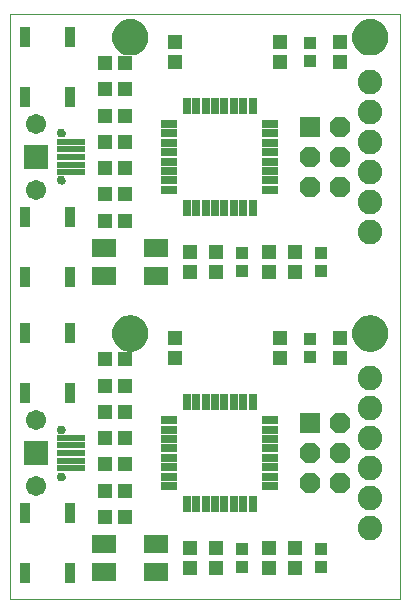
<source format=gts>
G75*
G70*
%OFA0B0*%
%FSLAX24Y24*%
%IPPOS*%
%LPD*%
%AMOC8*
5,1,8,0,0,1.08239X$1,22.5*
%
%ADD10C,0.0000*%
%ADD11R,0.0280X0.0580*%
%ADD12R,0.0580X0.0280*%
%ADD13R,0.0474X0.0513*%
%ADD14R,0.0513X0.0474*%
%ADD15R,0.0966X0.0237*%
%ADD16C,0.0297*%
%ADD17C,0.0674*%
%ADD18R,0.0828X0.0828*%
%ADD19R,0.0828X0.0631*%
%ADD20C,0.0820*%
%ADD21R,0.0680X0.0680*%
%ADD22OC8,0.0680*%
%ADD23R,0.0395X0.0395*%
%ADD24R,0.0380X0.0680*%
%ADD25C,0.0474*%
%ADD26C,0.0500*%
D10*
X000645Y000766D02*
X000645Y020266D01*
X013645Y020266D01*
X013645Y000766D01*
X000645Y000766D01*
X002258Y004854D02*
X002260Y004874D01*
X002266Y004894D01*
X002275Y004912D01*
X002288Y004929D01*
X002303Y004942D01*
X002321Y004952D01*
X002341Y004959D01*
X002361Y004962D01*
X002381Y004961D01*
X002401Y004956D01*
X002420Y004948D01*
X002437Y004936D01*
X002451Y004921D01*
X002462Y004903D01*
X002470Y004884D01*
X002474Y004864D01*
X002474Y004844D01*
X002470Y004824D01*
X002462Y004805D01*
X002451Y004787D01*
X002437Y004772D01*
X002420Y004760D01*
X002401Y004752D01*
X002381Y004747D01*
X002361Y004746D01*
X002341Y004749D01*
X002321Y004756D01*
X002303Y004766D01*
X002288Y004779D01*
X002275Y004796D01*
X002266Y004814D01*
X002260Y004834D01*
X002258Y004854D01*
X002258Y006428D02*
X002260Y006448D01*
X002266Y006468D01*
X002275Y006486D01*
X002288Y006503D01*
X002303Y006516D01*
X002321Y006526D01*
X002341Y006533D01*
X002361Y006536D01*
X002381Y006535D01*
X002401Y006530D01*
X002420Y006522D01*
X002437Y006510D01*
X002451Y006495D01*
X002462Y006477D01*
X002470Y006458D01*
X002474Y006438D01*
X002474Y006418D01*
X002470Y006398D01*
X002462Y006379D01*
X002451Y006361D01*
X002437Y006346D01*
X002420Y006334D01*
X002401Y006326D01*
X002381Y006321D01*
X002361Y006320D01*
X002341Y006323D01*
X002321Y006330D01*
X002303Y006340D01*
X002288Y006353D01*
X002275Y006370D01*
X002266Y006388D01*
X002260Y006408D01*
X002258Y006428D01*
X002258Y014729D02*
X002260Y014749D01*
X002266Y014769D01*
X002275Y014787D01*
X002288Y014804D01*
X002303Y014817D01*
X002321Y014827D01*
X002341Y014834D01*
X002361Y014837D01*
X002381Y014836D01*
X002401Y014831D01*
X002420Y014823D01*
X002437Y014811D01*
X002451Y014796D01*
X002462Y014778D01*
X002470Y014759D01*
X002474Y014739D01*
X002474Y014719D01*
X002470Y014699D01*
X002462Y014680D01*
X002451Y014662D01*
X002437Y014647D01*
X002420Y014635D01*
X002401Y014627D01*
X002381Y014622D01*
X002361Y014621D01*
X002341Y014624D01*
X002321Y014631D01*
X002303Y014641D01*
X002288Y014654D01*
X002275Y014671D01*
X002266Y014689D01*
X002260Y014709D01*
X002258Y014729D01*
X002258Y016303D02*
X002260Y016323D01*
X002266Y016343D01*
X002275Y016361D01*
X002288Y016378D01*
X002303Y016391D01*
X002321Y016401D01*
X002341Y016408D01*
X002361Y016411D01*
X002381Y016410D01*
X002401Y016405D01*
X002420Y016397D01*
X002437Y016385D01*
X002451Y016370D01*
X002462Y016352D01*
X002470Y016333D01*
X002474Y016313D01*
X002474Y016293D01*
X002470Y016273D01*
X002462Y016254D01*
X002451Y016236D01*
X002437Y016221D01*
X002420Y016209D01*
X002401Y016201D01*
X002381Y016196D01*
X002361Y016195D01*
X002341Y016198D01*
X002321Y016205D01*
X002303Y016215D01*
X002288Y016228D01*
X002275Y016245D01*
X002266Y016263D01*
X002260Y016283D01*
X002258Y016303D01*
D11*
X006543Y017206D03*
X006858Y017206D03*
X007173Y017206D03*
X007488Y017206D03*
X007803Y017206D03*
X008117Y017206D03*
X008432Y017206D03*
X008747Y017206D03*
X008747Y013826D03*
X008432Y013826D03*
X008117Y013826D03*
X007803Y013826D03*
X007488Y013826D03*
X007173Y013826D03*
X006858Y013826D03*
X006543Y013826D03*
X006543Y007331D03*
X006858Y007331D03*
X007173Y007331D03*
X007488Y007331D03*
X007803Y007331D03*
X008117Y007331D03*
X008432Y007331D03*
X008747Y007331D03*
X008747Y003951D03*
X008432Y003951D03*
X008117Y003951D03*
X007803Y003951D03*
X007488Y003951D03*
X007173Y003951D03*
X006858Y003951D03*
X006543Y003951D03*
D12*
X005955Y004539D03*
X005955Y004854D03*
X005955Y005169D03*
X005955Y005484D03*
X005955Y005798D03*
X005955Y006113D03*
X005955Y006428D03*
X005955Y006743D03*
X009335Y006743D03*
X009335Y006428D03*
X009335Y006113D03*
X009335Y005798D03*
X009335Y005484D03*
X009335Y005169D03*
X009335Y004854D03*
X009335Y004539D03*
X009335Y014414D03*
X009335Y014729D03*
X009335Y015044D03*
X009335Y015359D03*
X009335Y015673D03*
X009335Y015988D03*
X009335Y016303D03*
X009335Y016618D03*
X005955Y016618D03*
X005955Y016303D03*
X005955Y015988D03*
X005955Y015673D03*
X005955Y015359D03*
X005955Y015044D03*
X005955Y014729D03*
X005955Y014414D03*
D13*
X004480Y015141D03*
X004480Y016016D03*
X003810Y016016D03*
X003810Y015141D03*
X003810Y017766D03*
X004480Y017766D03*
X006645Y012351D03*
X006645Y011681D03*
X007520Y011681D03*
X007520Y012351D03*
X004480Y007891D03*
X003810Y007891D03*
X003810Y006141D03*
X004480Y006141D03*
X004480Y005266D03*
X003810Y005266D03*
X006645Y002476D03*
X006645Y001806D03*
X007520Y001806D03*
X007520Y002476D03*
D14*
X009270Y002476D03*
X009270Y001806D03*
X010145Y001806D03*
X010145Y002476D03*
X009645Y008806D03*
X009645Y009476D03*
X009270Y011681D03*
X009270Y012351D03*
X010145Y012351D03*
X010145Y011681D03*
X011645Y009476D03*
X011645Y008806D03*
X006145Y008806D03*
X006145Y009476D03*
X004480Y008766D03*
X003810Y008766D03*
X003810Y007016D03*
X004480Y007016D03*
X004480Y004391D03*
X004480Y003516D03*
X003810Y003516D03*
X003810Y004391D03*
X003810Y013391D03*
X003810Y014266D03*
X004480Y014266D03*
X004480Y013391D03*
X004480Y016891D03*
X003810Y016891D03*
X003810Y018641D03*
X004480Y018641D03*
X006145Y018681D03*
X006145Y019351D03*
X009645Y019351D03*
X009645Y018681D03*
X011645Y018681D03*
X011645Y019351D03*
D15*
X002672Y016028D03*
X002672Y015772D03*
X002672Y015516D03*
X002672Y015260D03*
X002672Y015004D03*
X002672Y006153D03*
X002672Y005897D03*
X002672Y005641D03*
X002672Y005385D03*
X002672Y005129D03*
D16*
X002366Y004854D03*
X002366Y006428D03*
X002366Y014729D03*
X002366Y016303D03*
D17*
X001520Y016628D03*
X001520Y014404D03*
X001520Y006753D03*
X001520Y004529D03*
D18*
X001520Y005641D03*
X001520Y015516D03*
D19*
X003779Y012488D03*
X003779Y011544D03*
X005511Y011544D03*
X005511Y012488D03*
X005511Y002613D03*
X005511Y001669D03*
X003779Y001669D03*
X003779Y002613D03*
D20*
X012645Y003141D03*
X012645Y004141D03*
X012645Y005141D03*
X012645Y006141D03*
X012645Y007141D03*
X012645Y008141D03*
X012645Y013016D03*
X012645Y014016D03*
X012645Y015016D03*
X012645Y016016D03*
X012645Y017016D03*
X012645Y018016D03*
D21*
X010645Y016516D03*
X010645Y006641D03*
D22*
X010645Y005641D03*
X010645Y004641D03*
X011645Y004641D03*
X011645Y005641D03*
X011645Y006641D03*
X011645Y014516D03*
X011645Y015516D03*
X011645Y016516D03*
X010645Y015516D03*
X010645Y014516D03*
D23*
X011020Y012311D03*
X011020Y011721D03*
X010645Y009436D03*
X010645Y008846D03*
X008395Y011721D03*
X008395Y012311D03*
X010645Y018721D03*
X010645Y019311D03*
X011020Y002436D03*
X011020Y001846D03*
X008395Y001846D03*
X008395Y002436D03*
D24*
X002645Y001641D03*
X001145Y001641D03*
X001145Y003641D03*
X002645Y003641D03*
X002645Y007641D03*
X002645Y009641D03*
X002645Y011516D03*
X002645Y013516D03*
X001145Y013516D03*
X001145Y011516D03*
X001145Y009641D03*
X001145Y007641D03*
X001145Y017516D03*
X002645Y017516D03*
X002645Y019516D03*
X001145Y019516D03*
D25*
X004645Y019516D03*
X004645Y009641D03*
X012645Y009641D03*
X012645Y019516D03*
D26*
X012291Y019516D02*
X012293Y019553D01*
X012299Y019590D01*
X012308Y019625D01*
X012322Y019660D01*
X012338Y019693D01*
X012359Y019724D01*
X012382Y019753D01*
X012408Y019779D01*
X012437Y019802D01*
X012468Y019823D01*
X012501Y019839D01*
X012536Y019853D01*
X012571Y019862D01*
X012608Y019868D01*
X012645Y019870D01*
X012682Y019868D01*
X012719Y019862D01*
X012754Y019853D01*
X012789Y019839D01*
X012822Y019823D01*
X012853Y019802D01*
X012882Y019779D01*
X012908Y019753D01*
X012931Y019724D01*
X012952Y019693D01*
X012968Y019660D01*
X012982Y019625D01*
X012991Y019590D01*
X012997Y019553D01*
X012999Y019516D01*
X012997Y019479D01*
X012991Y019442D01*
X012982Y019407D01*
X012968Y019372D01*
X012952Y019339D01*
X012931Y019308D01*
X012908Y019279D01*
X012882Y019253D01*
X012853Y019230D01*
X012822Y019209D01*
X012789Y019193D01*
X012754Y019179D01*
X012719Y019170D01*
X012682Y019164D01*
X012645Y019162D01*
X012608Y019164D01*
X012571Y019170D01*
X012536Y019179D01*
X012501Y019193D01*
X012468Y019209D01*
X012437Y019230D01*
X012408Y019253D01*
X012382Y019279D01*
X012359Y019308D01*
X012338Y019339D01*
X012322Y019372D01*
X012308Y019407D01*
X012299Y019442D01*
X012293Y019479D01*
X012291Y019516D01*
X012291Y009641D02*
X012293Y009678D01*
X012299Y009715D01*
X012308Y009750D01*
X012322Y009785D01*
X012338Y009818D01*
X012359Y009849D01*
X012382Y009878D01*
X012408Y009904D01*
X012437Y009927D01*
X012468Y009948D01*
X012501Y009964D01*
X012536Y009978D01*
X012571Y009987D01*
X012608Y009993D01*
X012645Y009995D01*
X012682Y009993D01*
X012719Y009987D01*
X012754Y009978D01*
X012789Y009964D01*
X012822Y009948D01*
X012853Y009927D01*
X012882Y009904D01*
X012908Y009878D01*
X012931Y009849D01*
X012952Y009818D01*
X012968Y009785D01*
X012982Y009750D01*
X012991Y009715D01*
X012997Y009678D01*
X012999Y009641D01*
X012997Y009604D01*
X012991Y009567D01*
X012982Y009532D01*
X012968Y009497D01*
X012952Y009464D01*
X012931Y009433D01*
X012908Y009404D01*
X012882Y009378D01*
X012853Y009355D01*
X012822Y009334D01*
X012789Y009318D01*
X012754Y009304D01*
X012719Y009295D01*
X012682Y009289D01*
X012645Y009287D01*
X012608Y009289D01*
X012571Y009295D01*
X012536Y009304D01*
X012501Y009318D01*
X012468Y009334D01*
X012437Y009355D01*
X012408Y009378D01*
X012382Y009404D01*
X012359Y009433D01*
X012338Y009464D01*
X012322Y009497D01*
X012308Y009532D01*
X012299Y009567D01*
X012293Y009604D01*
X012291Y009641D01*
X004291Y009641D02*
X004293Y009678D01*
X004299Y009715D01*
X004308Y009750D01*
X004322Y009785D01*
X004338Y009818D01*
X004359Y009849D01*
X004382Y009878D01*
X004408Y009904D01*
X004437Y009927D01*
X004468Y009948D01*
X004501Y009964D01*
X004536Y009978D01*
X004571Y009987D01*
X004608Y009993D01*
X004645Y009995D01*
X004682Y009993D01*
X004719Y009987D01*
X004754Y009978D01*
X004789Y009964D01*
X004822Y009948D01*
X004853Y009927D01*
X004882Y009904D01*
X004908Y009878D01*
X004931Y009849D01*
X004952Y009818D01*
X004968Y009785D01*
X004982Y009750D01*
X004991Y009715D01*
X004997Y009678D01*
X004999Y009641D01*
X004997Y009604D01*
X004991Y009567D01*
X004982Y009532D01*
X004968Y009497D01*
X004952Y009464D01*
X004931Y009433D01*
X004908Y009404D01*
X004882Y009378D01*
X004853Y009355D01*
X004822Y009334D01*
X004789Y009318D01*
X004754Y009304D01*
X004719Y009295D01*
X004682Y009289D01*
X004645Y009287D01*
X004608Y009289D01*
X004571Y009295D01*
X004536Y009304D01*
X004501Y009318D01*
X004468Y009334D01*
X004437Y009355D01*
X004408Y009378D01*
X004382Y009404D01*
X004359Y009433D01*
X004338Y009464D01*
X004322Y009497D01*
X004308Y009532D01*
X004299Y009567D01*
X004293Y009604D01*
X004291Y009641D01*
X004291Y019516D02*
X004293Y019553D01*
X004299Y019590D01*
X004308Y019625D01*
X004322Y019660D01*
X004338Y019693D01*
X004359Y019724D01*
X004382Y019753D01*
X004408Y019779D01*
X004437Y019802D01*
X004468Y019823D01*
X004501Y019839D01*
X004536Y019853D01*
X004571Y019862D01*
X004608Y019868D01*
X004645Y019870D01*
X004682Y019868D01*
X004719Y019862D01*
X004754Y019853D01*
X004789Y019839D01*
X004822Y019823D01*
X004853Y019802D01*
X004882Y019779D01*
X004908Y019753D01*
X004931Y019724D01*
X004952Y019693D01*
X004968Y019660D01*
X004982Y019625D01*
X004991Y019590D01*
X004997Y019553D01*
X004999Y019516D01*
X004997Y019479D01*
X004991Y019442D01*
X004982Y019407D01*
X004968Y019372D01*
X004952Y019339D01*
X004931Y019308D01*
X004908Y019279D01*
X004882Y019253D01*
X004853Y019230D01*
X004822Y019209D01*
X004789Y019193D01*
X004754Y019179D01*
X004719Y019170D01*
X004682Y019164D01*
X004645Y019162D01*
X004608Y019164D01*
X004571Y019170D01*
X004536Y019179D01*
X004501Y019193D01*
X004468Y019209D01*
X004437Y019230D01*
X004408Y019253D01*
X004382Y019279D01*
X004359Y019308D01*
X004338Y019339D01*
X004322Y019372D01*
X004308Y019407D01*
X004299Y019442D01*
X004293Y019479D01*
X004291Y019516D01*
M02*

</source>
